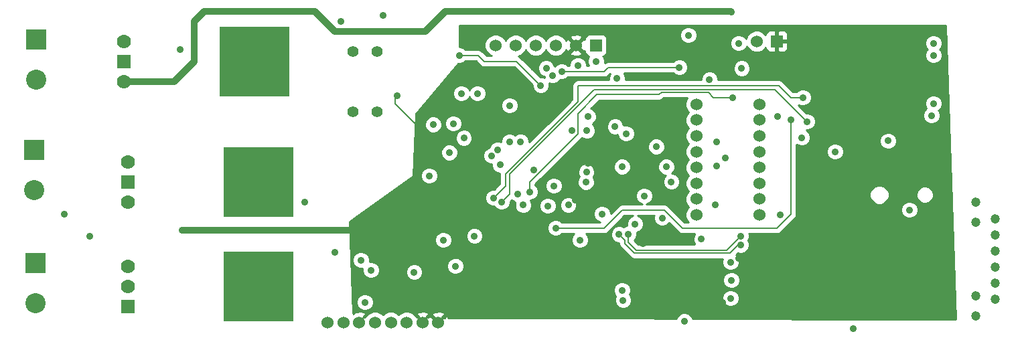
<source format=gbr>
G04 (created by PCBNEW-RS274X (2012-01-19 BZR 3256)-stable) date 10/27/2012 11:48:26 AM*
G01*
G70*
G90*
%MOIN*%
G04 Gerber Fmt 3.4, Leading zero omitted, Abs format*
%FSLAX34Y34*%
G04 APERTURE LIST*
%ADD10C,0.006000*%
%ADD11R,0.070000X0.070000*%
%ADD12C,0.070000*%
%ADD13R,0.350000X0.350000*%
%ADD14R,0.060000X0.060000*%
%ADD15C,0.060000*%
%ADD16C,0.055000*%
%ADD17C,0.047000*%
%ADD18R,0.100000X0.100000*%
%ADD19C,0.100000*%
%ADD20C,0.035000*%
%ADD21C,0.034000*%
%ADD22C,0.007000*%
%ADD23C,0.010000*%
G04 APERTURE END LIST*
G54D10*
G54D11*
X36200Y-45700D03*
G54D12*
X36200Y-43700D03*
X36200Y-44700D03*
G54D13*
X42700Y-44700D03*
G54D14*
X68500Y-32500D03*
G54D15*
X67500Y-32500D03*
G54D14*
X59500Y-32700D03*
G54D15*
X58500Y-32700D03*
X57500Y-32700D03*
X56500Y-32700D03*
X55500Y-32700D03*
X54500Y-32700D03*
G54D13*
X42500Y-33500D03*
G54D12*
X36000Y-32500D03*
G54D11*
X36000Y-33500D03*
G54D12*
X36000Y-34500D03*
G54D13*
X42700Y-39500D03*
G54D12*
X36200Y-38500D03*
G54D11*
X36200Y-39500D03*
G54D12*
X36200Y-40500D03*
G54D16*
X47409Y-36000D03*
X48591Y-36000D03*
X47409Y-33000D03*
X48591Y-33000D03*
G54D15*
X64500Y-38787D03*
X64500Y-38000D03*
X64500Y-39575D03*
X64500Y-37213D03*
X64500Y-36425D03*
X64500Y-40362D03*
X64500Y-35638D03*
X64500Y-41150D03*
X67650Y-38787D03*
X67650Y-38000D03*
X67650Y-39575D03*
X67650Y-37213D03*
X67650Y-36425D03*
X67650Y-40362D03*
X67650Y-35638D03*
X67650Y-41150D03*
X49287Y-46500D03*
X48500Y-46500D03*
X50075Y-46500D03*
X47713Y-46500D03*
X46925Y-46500D03*
X50862Y-46500D03*
X46138Y-46500D03*
X51650Y-46500D03*
G54D17*
X78400Y-40500D03*
X78400Y-41500D03*
X78400Y-45180D03*
X78400Y-46180D03*
X79370Y-41340D03*
X79370Y-42140D03*
X79370Y-42940D03*
X79370Y-43740D03*
X79370Y-44540D03*
X79370Y-45340D03*
G54D18*
X31600Y-43550D03*
G54D19*
X31600Y-45550D03*
G54D18*
X31650Y-32400D03*
G54D19*
X31650Y-34400D03*
G54D18*
X31550Y-37900D03*
G54D19*
X31550Y-39900D03*
G54D20*
X69750Y-37300D03*
X52800Y-35100D03*
X68550Y-36250D03*
X47800Y-43400D03*
X61000Y-37100D03*
X66250Y-31050D03*
X66600Y-32600D03*
X66750Y-33850D03*
X60550Y-34350D03*
X71400Y-38000D03*
X57400Y-39700D03*
X58600Y-33700D03*
X55200Y-35700D03*
X55200Y-37500D03*
X55600Y-40100D03*
X45000Y-40500D03*
X48300Y-43900D03*
X51200Y-39200D03*
X52920Y-37320D03*
X57020Y-33840D03*
X48000Y-45500D03*
X62800Y-41300D03*
X76300Y-33200D03*
X63900Y-46450D03*
X55880Y-40660D03*
X46800Y-31500D03*
X66240Y-44400D03*
X52400Y-36600D03*
X76300Y-32600D03*
X58700Y-42400D03*
X50450Y-44000D03*
X75100Y-40900D03*
X53600Y-35100D03*
X61900Y-40200D03*
X58120Y-40660D03*
X54740Y-38660D03*
X59800Y-41100D03*
X64100Y-32200D03*
X74040Y-37460D03*
X76300Y-35600D03*
X60850Y-45400D03*
X34300Y-42200D03*
X59000Y-39520D03*
X64750Y-42350D03*
X53450Y-42200D03*
X76200Y-36200D03*
X68680Y-41160D03*
X52200Y-38040D03*
X57100Y-40700D03*
X51400Y-36650D03*
X59020Y-39020D03*
X60800Y-38750D03*
X52700Y-33200D03*
X57350Y-34200D03*
X59500Y-33500D03*
X56750Y-34700D03*
X69800Y-35300D03*
X54400Y-40300D03*
X66300Y-35300D03*
X56200Y-40000D03*
X70000Y-36500D03*
X54800Y-40500D03*
X62500Y-37750D03*
X69200Y-36400D03*
X57500Y-41800D03*
X33050Y-41100D03*
X38800Y-32900D03*
X48900Y-31200D03*
X54300Y-38200D03*
X72300Y-46800D03*
X54600Y-37900D03*
X57800Y-34000D03*
X63650Y-33800D03*
X59100Y-36250D03*
X61450Y-41600D03*
X65500Y-37500D03*
X65150Y-34400D03*
X65500Y-38700D03*
X56400Y-38900D03*
X65950Y-38300D03*
X60450Y-36750D03*
X58300Y-36950D03*
X59050Y-36950D03*
X55750Y-37500D03*
X65450Y-40650D03*
X66200Y-43500D03*
X60800Y-44900D03*
X66200Y-45300D03*
X51900Y-42400D03*
X52500Y-43700D03*
X46500Y-43000D03*
X63000Y-38750D03*
X63250Y-39500D03*
X61100Y-42100D03*
X66700Y-42200D03*
X66701Y-42642D03*
X60648Y-42120D03*
X38900Y-41900D03*
X49600Y-35200D03*
X69450Y-32200D03*
X56150Y-35650D03*
X60400Y-42900D03*
X51200Y-37300D03*
X55050Y-43250D03*
X56400Y-33800D03*
X53400Y-33750D03*
X66600Y-43300D03*
X51350Y-42000D03*
X52900Y-33800D03*
X52300Y-38800D03*
X65800Y-45500D03*
X47500Y-45000D03*
X63200Y-40500D03*
X59100Y-38575D03*
X55200Y-34150D03*
X58475Y-40400D03*
X61825Y-42575D03*
X56550Y-40575D03*
X72300Y-44400D03*
X74350Y-43900D03*
X62250Y-32900D03*
X71000Y-39900D03*
X69450Y-32850D03*
X47700Y-42600D03*
G54D21*
X39500Y-31500D02*
X40000Y-31000D01*
X45500Y-31000D02*
X46500Y-32000D01*
X36000Y-34500D02*
X38500Y-34500D01*
X65300Y-31000D02*
X65500Y-31000D01*
X46500Y-32000D02*
X51000Y-32000D01*
X51000Y-32000D02*
X52000Y-31000D01*
X40000Y-31000D02*
X45500Y-31000D01*
X66250Y-31050D02*
X66200Y-31000D01*
X38500Y-34500D02*
X39500Y-33500D01*
X66200Y-31000D02*
X65300Y-31000D01*
X52000Y-31000D02*
X65300Y-31000D01*
X39500Y-33500D02*
X39500Y-31500D01*
G54D22*
X55550Y-33500D02*
X53950Y-33500D01*
X53950Y-33500D02*
X53650Y-33200D01*
X53650Y-33200D02*
X52700Y-33200D01*
X56750Y-34700D02*
X55550Y-33500D01*
X58600Y-34700D02*
X68600Y-34700D01*
X58400Y-35700D02*
X58600Y-35500D01*
X57400Y-36700D02*
X58400Y-35700D01*
X58600Y-35500D02*
X58600Y-34700D01*
X55000Y-39700D02*
X55000Y-39100D01*
X55000Y-39100D02*
X57400Y-36700D01*
X68600Y-34700D02*
X69200Y-35300D01*
X69200Y-35300D02*
X69800Y-35300D01*
X54400Y-40300D02*
X55000Y-39700D01*
X58600Y-36100D02*
X59550Y-35150D01*
X62650Y-35150D02*
X62758Y-35042D01*
X58600Y-37100D02*
X58600Y-36100D01*
X56200Y-39500D02*
X58600Y-37100D01*
X65350Y-35300D02*
X66300Y-35300D01*
X56200Y-40000D02*
X56200Y-39500D01*
X62758Y-35042D02*
X65092Y-35042D01*
X59550Y-35150D02*
X62650Y-35150D01*
X65092Y-35042D02*
X65350Y-35300D01*
X68400Y-34900D02*
X70000Y-36500D01*
X59400Y-34900D02*
X68400Y-34900D01*
X55200Y-39100D02*
X59400Y-34900D01*
X55200Y-40100D02*
X55200Y-39100D01*
X54800Y-40500D02*
X55200Y-40100D01*
X59900Y-41800D02*
X60800Y-40900D01*
X69200Y-41100D02*
X69200Y-36400D01*
X68500Y-41800D02*
X69200Y-41100D01*
X63800Y-41800D02*
X65200Y-41800D01*
X62900Y-40900D02*
X63800Y-41800D01*
X60800Y-40900D02*
X62900Y-40900D01*
X57500Y-41800D02*
X59900Y-41800D01*
X65200Y-41800D02*
X68500Y-41800D01*
X59900Y-34000D02*
X60100Y-33800D01*
X60100Y-33800D02*
X63650Y-33800D01*
X57800Y-34000D02*
X59900Y-34000D01*
X61100Y-42500D02*
X61100Y-42100D01*
X66700Y-42200D02*
X66000Y-42900D01*
X61500Y-42900D02*
X61100Y-42500D01*
X66000Y-42900D02*
X61500Y-42900D01*
X66170Y-43045D02*
X66573Y-42642D01*
X66573Y-42642D02*
X66701Y-42642D01*
X60933Y-42405D02*
X60933Y-42573D01*
X60648Y-42120D02*
X60933Y-42405D01*
X60933Y-42573D02*
X61405Y-43045D01*
X61405Y-43045D02*
X66170Y-43045D01*
X49500Y-35300D02*
X49500Y-35600D01*
X50600Y-42250D02*
X51100Y-42250D01*
X49500Y-35600D02*
X51200Y-37300D01*
X49600Y-35200D02*
X49500Y-35300D01*
G54D21*
X38900Y-41900D02*
X47700Y-41900D01*
G54D22*
X51100Y-42250D02*
X51350Y-42000D01*
G54D10*
G36*
X64414Y-42615D02*
X61618Y-42615D01*
X61402Y-42398D01*
X61460Y-42341D01*
X61525Y-42185D01*
X61525Y-42025D01*
X61534Y-42025D01*
X61690Y-41961D01*
X61810Y-41841D01*
X61875Y-41685D01*
X61875Y-41516D01*
X61811Y-41360D01*
X61691Y-41240D01*
X61559Y-41185D01*
X62387Y-41185D01*
X62375Y-41215D01*
X62375Y-41384D01*
X62439Y-41540D01*
X62559Y-41660D01*
X62715Y-41725D01*
X62884Y-41725D01*
X63040Y-41661D01*
X63148Y-41552D01*
X63596Y-41999D01*
X63598Y-42002D01*
X63691Y-42063D01*
X63780Y-42081D01*
X63799Y-42085D01*
X63799Y-42084D01*
X63800Y-42085D01*
X64414Y-42085D01*
X64390Y-42109D01*
X64325Y-42265D01*
X64325Y-42434D01*
X64389Y-42590D01*
X64414Y-42615D01*
X64414Y-42615D01*
G37*
G54D23*
X64414Y-42615D02*
X61618Y-42615D01*
X61402Y-42398D01*
X61460Y-42341D01*
X61525Y-42185D01*
X61525Y-42025D01*
X61534Y-42025D01*
X61690Y-41961D01*
X61810Y-41841D01*
X61875Y-41685D01*
X61875Y-41516D01*
X61811Y-41360D01*
X61691Y-41240D01*
X61559Y-41185D01*
X62387Y-41185D01*
X62375Y-41215D01*
X62375Y-41384D01*
X62439Y-41540D01*
X62559Y-41660D01*
X62715Y-41725D01*
X62884Y-41725D01*
X63040Y-41661D01*
X63148Y-41552D01*
X63596Y-41999D01*
X63598Y-42002D01*
X63691Y-42063D01*
X63780Y-42081D01*
X63799Y-42085D01*
X63799Y-42084D01*
X63800Y-42085D01*
X64414Y-42085D01*
X64390Y-42109D01*
X64325Y-42265D01*
X64325Y-42434D01*
X64389Y-42590D01*
X64414Y-42615D01*
G54D10*
G36*
X77398Y-46350D02*
X76725Y-46347D01*
X76725Y-35685D01*
X76725Y-35516D01*
X76725Y-33285D01*
X76725Y-33116D01*
X76661Y-32960D01*
X76601Y-32900D01*
X76660Y-32841D01*
X76725Y-32685D01*
X76725Y-32516D01*
X76661Y-32360D01*
X76541Y-32240D01*
X76385Y-32175D01*
X76216Y-32175D01*
X76060Y-32239D01*
X75940Y-32359D01*
X75875Y-32515D01*
X75875Y-32684D01*
X75939Y-32840D01*
X75999Y-32900D01*
X75940Y-32959D01*
X75875Y-33115D01*
X75875Y-33284D01*
X75939Y-33440D01*
X76059Y-33560D01*
X76215Y-33625D01*
X76384Y-33625D01*
X76540Y-33561D01*
X76660Y-33441D01*
X76725Y-33285D01*
X76725Y-35516D01*
X76661Y-35360D01*
X76541Y-35240D01*
X76385Y-35175D01*
X76216Y-35175D01*
X76060Y-35239D01*
X75940Y-35359D01*
X75875Y-35515D01*
X75875Y-35684D01*
X75939Y-35840D01*
X75949Y-35850D01*
X75840Y-35959D01*
X75775Y-36115D01*
X75775Y-36284D01*
X75839Y-36440D01*
X75959Y-36560D01*
X76115Y-36625D01*
X76284Y-36625D01*
X76440Y-36561D01*
X76560Y-36441D01*
X76625Y-36285D01*
X76625Y-36116D01*
X76561Y-35960D01*
X76551Y-35950D01*
X76660Y-35841D01*
X76725Y-35685D01*
X76725Y-46347D01*
X76291Y-46346D01*
X76291Y-40236D01*
X76291Y-40066D01*
X76226Y-39909D01*
X76107Y-39789D01*
X75950Y-39723D01*
X75780Y-39723D01*
X75623Y-39788D01*
X75503Y-39907D01*
X75437Y-40064D01*
X75437Y-40234D01*
X75502Y-40391D01*
X75621Y-40511D01*
X75778Y-40577D01*
X75948Y-40577D01*
X76105Y-40512D01*
X76225Y-40393D01*
X76291Y-40236D01*
X76291Y-46346D01*
X75525Y-46343D01*
X75525Y-40985D01*
X75525Y-40816D01*
X75461Y-40660D01*
X75341Y-40540D01*
X75185Y-40475D01*
X75016Y-40475D01*
X74860Y-40539D01*
X74740Y-40659D01*
X74675Y-40815D01*
X74675Y-40984D01*
X74739Y-41140D01*
X74859Y-41260D01*
X75015Y-41325D01*
X75184Y-41325D01*
X75340Y-41261D01*
X75460Y-41141D01*
X75525Y-40985D01*
X75525Y-46343D01*
X74465Y-46340D01*
X74465Y-37545D01*
X74465Y-37376D01*
X74401Y-37220D01*
X74281Y-37100D01*
X74125Y-37035D01*
X73956Y-37035D01*
X73800Y-37099D01*
X73680Y-37219D01*
X73615Y-37375D01*
X73615Y-37544D01*
X73679Y-37700D01*
X73799Y-37820D01*
X73955Y-37885D01*
X74124Y-37885D01*
X74280Y-37821D01*
X74400Y-37701D01*
X74465Y-37545D01*
X74465Y-46340D01*
X74086Y-46338D01*
X74086Y-40247D01*
X74086Y-40054D01*
X74012Y-39875D01*
X73876Y-39738D01*
X73697Y-39664D01*
X73504Y-39664D01*
X73325Y-39738D01*
X73188Y-39874D01*
X73114Y-40053D01*
X73114Y-40246D01*
X73188Y-40425D01*
X73324Y-40562D01*
X73503Y-40636D01*
X73696Y-40636D01*
X73875Y-40562D01*
X74012Y-40426D01*
X74086Y-40247D01*
X74086Y-46338D01*
X71825Y-46331D01*
X71825Y-38085D01*
X71825Y-37916D01*
X71761Y-37760D01*
X71641Y-37640D01*
X71485Y-37575D01*
X71316Y-37575D01*
X71160Y-37639D01*
X71040Y-37759D01*
X70975Y-37915D01*
X70975Y-38084D01*
X71039Y-38240D01*
X71159Y-38360D01*
X71315Y-38425D01*
X71484Y-38425D01*
X71640Y-38361D01*
X71760Y-38241D01*
X71825Y-38085D01*
X71825Y-46331D01*
X66665Y-46313D01*
X66665Y-44485D01*
X66665Y-44316D01*
X66601Y-44160D01*
X66481Y-44040D01*
X66325Y-43975D01*
X66156Y-43975D01*
X66000Y-44039D01*
X65880Y-44159D01*
X65815Y-44315D01*
X65815Y-44484D01*
X65879Y-44640D01*
X65999Y-44760D01*
X66155Y-44825D01*
X66324Y-44825D01*
X66480Y-44761D01*
X66600Y-44641D01*
X66665Y-44485D01*
X66665Y-46313D01*
X66625Y-46313D01*
X66625Y-45385D01*
X66625Y-45216D01*
X66561Y-45060D01*
X66441Y-44940D01*
X66285Y-44875D01*
X66116Y-44875D01*
X65960Y-44939D01*
X65840Y-45059D01*
X65775Y-45215D01*
X65775Y-45384D01*
X65839Y-45540D01*
X65959Y-45660D01*
X66115Y-45725D01*
X66284Y-45725D01*
X66440Y-45661D01*
X66560Y-45541D01*
X66625Y-45385D01*
X66625Y-46313D01*
X64300Y-46306D01*
X64261Y-46210D01*
X64141Y-46090D01*
X63985Y-46025D01*
X63816Y-46025D01*
X63660Y-46089D01*
X63540Y-46209D01*
X63500Y-46303D01*
X61275Y-46295D01*
X61275Y-45485D01*
X61275Y-45316D01*
X61211Y-45160D01*
X61169Y-45118D01*
X61225Y-44985D01*
X61225Y-44816D01*
X61161Y-44660D01*
X61041Y-44540D01*
X60885Y-44475D01*
X60716Y-44475D01*
X60560Y-44539D01*
X60440Y-44659D01*
X60375Y-44815D01*
X60375Y-44984D01*
X60439Y-45140D01*
X60480Y-45181D01*
X60425Y-45315D01*
X60425Y-45484D01*
X60489Y-45640D01*
X60609Y-45760D01*
X60765Y-45825D01*
X60934Y-45825D01*
X61090Y-45761D01*
X61210Y-45641D01*
X61275Y-45485D01*
X61275Y-46295D01*
X53875Y-46270D01*
X53875Y-42285D01*
X53875Y-42116D01*
X53811Y-41960D01*
X53691Y-41840D01*
X53535Y-41775D01*
X53366Y-41775D01*
X53345Y-41783D01*
X53345Y-37405D01*
X53345Y-37236D01*
X53281Y-37080D01*
X53161Y-36960D01*
X53005Y-36895D01*
X52836Y-36895D01*
X52825Y-36899D01*
X52825Y-36685D01*
X52825Y-36516D01*
X52761Y-36360D01*
X52641Y-36240D01*
X52485Y-36175D01*
X52316Y-36175D01*
X52160Y-36239D01*
X52040Y-36359D01*
X51975Y-36515D01*
X51975Y-36684D01*
X52039Y-36840D01*
X52159Y-36960D01*
X52315Y-37025D01*
X52484Y-37025D01*
X52640Y-36961D01*
X52760Y-36841D01*
X52825Y-36685D01*
X52825Y-36899D01*
X52680Y-36959D01*
X52560Y-37079D01*
X52495Y-37235D01*
X52495Y-37404D01*
X52559Y-37560D01*
X52679Y-37680D01*
X52835Y-37745D01*
X53004Y-37745D01*
X53160Y-37681D01*
X53280Y-37561D01*
X53345Y-37405D01*
X53345Y-41783D01*
X53210Y-41839D01*
X53090Y-41959D01*
X53025Y-42115D01*
X53025Y-42284D01*
X53089Y-42440D01*
X53209Y-42560D01*
X53365Y-42625D01*
X53534Y-42625D01*
X53690Y-42561D01*
X53810Y-42441D01*
X53875Y-42285D01*
X53875Y-46270D01*
X52925Y-46267D01*
X52925Y-43785D01*
X52925Y-43616D01*
X52861Y-43460D01*
X52741Y-43340D01*
X52625Y-43291D01*
X52625Y-38125D01*
X52625Y-37956D01*
X52561Y-37800D01*
X52441Y-37680D01*
X52285Y-37615D01*
X52116Y-37615D01*
X51960Y-37679D01*
X51840Y-37799D01*
X51825Y-37835D01*
X51825Y-36735D01*
X51825Y-36566D01*
X51761Y-36410D01*
X51641Y-36290D01*
X51485Y-36225D01*
X51316Y-36225D01*
X51160Y-36289D01*
X51040Y-36409D01*
X50975Y-36565D01*
X50975Y-36734D01*
X51039Y-36890D01*
X51159Y-37010D01*
X51315Y-37075D01*
X51484Y-37075D01*
X51640Y-37011D01*
X51760Y-36891D01*
X51825Y-36735D01*
X51825Y-37835D01*
X51775Y-37955D01*
X51775Y-38124D01*
X51839Y-38280D01*
X51959Y-38400D01*
X52115Y-38465D01*
X52284Y-38465D01*
X52440Y-38401D01*
X52560Y-38281D01*
X52625Y-38125D01*
X52625Y-43291D01*
X52585Y-43275D01*
X52416Y-43275D01*
X52325Y-43312D01*
X52325Y-42485D01*
X52325Y-42316D01*
X52261Y-42160D01*
X52141Y-42040D01*
X51985Y-41975D01*
X51816Y-41975D01*
X51660Y-42039D01*
X51625Y-42074D01*
X51625Y-39285D01*
X51625Y-39116D01*
X51561Y-38960D01*
X51441Y-38840D01*
X51285Y-38775D01*
X51116Y-38775D01*
X50960Y-38839D01*
X50840Y-38959D01*
X50775Y-39115D01*
X50775Y-39284D01*
X50839Y-39440D01*
X50959Y-39560D01*
X51115Y-39625D01*
X51284Y-39625D01*
X51440Y-39561D01*
X51560Y-39441D01*
X51625Y-39285D01*
X51625Y-42074D01*
X51540Y-42159D01*
X51475Y-42315D01*
X51475Y-42484D01*
X51539Y-42640D01*
X51659Y-42760D01*
X51815Y-42825D01*
X51984Y-42825D01*
X52140Y-42761D01*
X52260Y-42641D01*
X52325Y-42485D01*
X52325Y-43312D01*
X52260Y-43339D01*
X52140Y-43459D01*
X52075Y-43615D01*
X52075Y-43784D01*
X52139Y-43940D01*
X52259Y-44060D01*
X52415Y-44125D01*
X52584Y-44125D01*
X52740Y-44061D01*
X52860Y-43941D01*
X52925Y-43785D01*
X52925Y-46267D01*
X52141Y-46265D01*
X52122Y-46219D01*
X52028Y-46192D01*
X51955Y-46265D01*
X51814Y-46264D01*
X51958Y-46122D01*
X51931Y-46028D01*
X51729Y-45957D01*
X51516Y-45968D01*
X51369Y-46028D01*
X51342Y-46122D01*
X51484Y-46263D01*
X51352Y-46263D01*
X51334Y-46219D01*
X51284Y-46204D01*
X51272Y-46192D01*
X51256Y-46196D01*
X51240Y-46192D01*
X51227Y-46204D01*
X51178Y-46219D01*
X51162Y-46262D01*
X51029Y-46262D01*
X51170Y-46122D01*
X51143Y-46028D01*
X50941Y-45957D01*
X50875Y-45960D01*
X50875Y-44085D01*
X50875Y-43916D01*
X50811Y-43760D01*
X50691Y-43640D01*
X50535Y-43575D01*
X50366Y-43575D01*
X50210Y-43639D01*
X50090Y-43759D01*
X50025Y-43915D01*
X50025Y-44084D01*
X50089Y-44240D01*
X50209Y-44360D01*
X50365Y-44425D01*
X50534Y-44425D01*
X50690Y-44361D01*
X50810Y-44241D01*
X50875Y-44085D01*
X50875Y-45960D01*
X50728Y-45968D01*
X50581Y-46028D01*
X50554Y-46122D01*
X50693Y-46260D01*
X50569Y-46260D01*
X50540Y-46189D01*
X50386Y-46035D01*
X50184Y-45951D01*
X49966Y-45951D01*
X49764Y-46035D01*
X49681Y-46118D01*
X49598Y-46035D01*
X49396Y-45951D01*
X49178Y-45951D01*
X48976Y-46035D01*
X48893Y-46117D01*
X48811Y-46035D01*
X48725Y-45999D01*
X48725Y-43985D01*
X48725Y-43816D01*
X48661Y-43660D01*
X48541Y-43540D01*
X48385Y-43475D01*
X48225Y-43475D01*
X48225Y-43316D01*
X48161Y-43160D01*
X48041Y-43040D01*
X47885Y-42975D01*
X47716Y-42975D01*
X47560Y-43039D01*
X47440Y-43159D01*
X47375Y-43315D01*
X47375Y-43484D01*
X47439Y-43640D01*
X47559Y-43760D01*
X47715Y-43825D01*
X47875Y-43825D01*
X47875Y-43984D01*
X47939Y-44140D01*
X48059Y-44260D01*
X48215Y-44325D01*
X48384Y-44325D01*
X48540Y-44261D01*
X48660Y-44141D01*
X48725Y-43985D01*
X48725Y-45999D01*
X48609Y-45951D01*
X48425Y-45951D01*
X48425Y-45585D01*
X48425Y-45416D01*
X48361Y-45260D01*
X48241Y-45140D01*
X48085Y-45075D01*
X47916Y-45075D01*
X47760Y-45139D01*
X47640Y-45259D01*
X47575Y-45415D01*
X47575Y-45584D01*
X47639Y-45740D01*
X47759Y-45860D01*
X47915Y-45925D01*
X48084Y-45925D01*
X48240Y-45861D01*
X48360Y-45741D01*
X48425Y-45585D01*
X48425Y-45951D01*
X48391Y-45951D01*
X48189Y-46035D01*
X48035Y-46189D01*
X48008Y-46252D01*
X47890Y-46251D01*
X48021Y-46122D01*
X47994Y-46028D01*
X47792Y-45957D01*
X47579Y-45968D01*
X47432Y-46028D01*
X47420Y-46066D01*
X47390Y-46036D01*
X47251Y-41475D01*
X50399Y-39227D01*
X50549Y-36119D01*
X52651Y-33625D01*
X52784Y-33625D01*
X52940Y-33561D01*
X53016Y-33485D01*
X53531Y-33485D01*
X53746Y-33699D01*
X53748Y-33702D01*
X53841Y-33763D01*
X53950Y-33785D01*
X55431Y-33785D01*
X56325Y-34678D01*
X56325Y-34784D01*
X56389Y-34940D01*
X56509Y-35060D01*
X56665Y-35125D01*
X56834Y-35125D01*
X56990Y-35061D01*
X57110Y-34941D01*
X57175Y-34785D01*
X57175Y-34616D01*
X57160Y-34581D01*
X57265Y-34625D01*
X57434Y-34625D01*
X57590Y-34561D01*
X57710Y-34441D01*
X57716Y-34425D01*
X57884Y-34425D01*
X58040Y-34361D01*
X58116Y-34285D01*
X59895Y-34285D01*
X59900Y-34286D01*
X59900Y-34285D01*
X60009Y-34263D01*
X60102Y-34202D01*
X60186Y-34116D01*
X60125Y-34265D01*
X60125Y-34415D01*
X58600Y-34415D01*
X58491Y-34437D01*
X58398Y-34498D01*
X58337Y-34591D01*
X58315Y-34700D01*
X58315Y-35381D01*
X58198Y-35498D01*
X58196Y-35500D01*
X57198Y-36498D01*
X57196Y-36500D01*
X56175Y-37521D01*
X56175Y-37416D01*
X56111Y-37260D01*
X55991Y-37140D01*
X55835Y-37075D01*
X55666Y-37075D01*
X55625Y-37091D01*
X55625Y-35785D01*
X55625Y-35616D01*
X55561Y-35460D01*
X55441Y-35340D01*
X55285Y-35275D01*
X55116Y-35275D01*
X54960Y-35339D01*
X54840Y-35459D01*
X54775Y-35615D01*
X54775Y-35784D01*
X54839Y-35940D01*
X54959Y-36060D01*
X55115Y-36125D01*
X55284Y-36125D01*
X55440Y-36061D01*
X55560Y-35941D01*
X55625Y-35785D01*
X55625Y-37091D01*
X55510Y-37139D01*
X55475Y-37174D01*
X55441Y-37140D01*
X55285Y-37075D01*
X55116Y-37075D01*
X54960Y-37139D01*
X54840Y-37259D01*
X54775Y-37415D01*
X54775Y-37512D01*
X54685Y-37475D01*
X54516Y-37475D01*
X54360Y-37539D01*
X54240Y-37659D01*
X54186Y-37787D01*
X54060Y-37839D01*
X54025Y-37874D01*
X54025Y-35185D01*
X54025Y-35016D01*
X53961Y-34860D01*
X53841Y-34740D01*
X53685Y-34675D01*
X53516Y-34675D01*
X53360Y-34739D01*
X53240Y-34859D01*
X53199Y-34955D01*
X53161Y-34860D01*
X53041Y-34740D01*
X52885Y-34675D01*
X52716Y-34675D01*
X52560Y-34739D01*
X52440Y-34859D01*
X52375Y-35015D01*
X52375Y-35184D01*
X52439Y-35340D01*
X52559Y-35460D01*
X52715Y-35525D01*
X52884Y-35525D01*
X53040Y-35461D01*
X53160Y-35341D01*
X53200Y-35244D01*
X53239Y-35340D01*
X53359Y-35460D01*
X53515Y-35525D01*
X53684Y-35525D01*
X53840Y-35461D01*
X53960Y-35341D01*
X54025Y-35185D01*
X54025Y-37874D01*
X53940Y-37959D01*
X53875Y-38115D01*
X53875Y-38284D01*
X53939Y-38440D01*
X54059Y-38560D01*
X54215Y-38625D01*
X54315Y-38625D01*
X54315Y-38744D01*
X54379Y-38900D01*
X54499Y-39020D01*
X54655Y-39085D01*
X54717Y-39085D01*
X54714Y-39100D01*
X54715Y-39104D01*
X54715Y-39581D01*
X54421Y-39875D01*
X54316Y-39875D01*
X54160Y-39939D01*
X54040Y-40059D01*
X53975Y-40215D01*
X53975Y-40384D01*
X54039Y-40540D01*
X54159Y-40660D01*
X54315Y-40725D01*
X54432Y-40725D01*
X54439Y-40740D01*
X54559Y-40860D01*
X54715Y-40925D01*
X54884Y-40925D01*
X55040Y-40861D01*
X55160Y-40741D01*
X55225Y-40585D01*
X55225Y-40478D01*
X55301Y-40402D01*
X55359Y-40460D01*
X55481Y-40511D01*
X55455Y-40575D01*
X55455Y-40744D01*
X55519Y-40900D01*
X55639Y-41020D01*
X55795Y-41085D01*
X55964Y-41085D01*
X56120Y-41021D01*
X56240Y-40901D01*
X56305Y-40745D01*
X56305Y-40576D01*
X56243Y-40425D01*
X56284Y-40425D01*
X56440Y-40361D01*
X56560Y-40241D01*
X56625Y-40085D01*
X56625Y-39916D01*
X56561Y-39760D01*
X56485Y-39684D01*
X56485Y-39618D01*
X58799Y-37303D01*
X58801Y-37302D01*
X58809Y-37310D01*
X58965Y-37375D01*
X59134Y-37375D01*
X59290Y-37311D01*
X59410Y-37191D01*
X59475Y-37035D01*
X59475Y-36866D01*
X59411Y-36710D01*
X59320Y-36619D01*
X59340Y-36611D01*
X59460Y-36491D01*
X59525Y-36335D01*
X59525Y-36166D01*
X59461Y-36010D01*
X59341Y-35890D01*
X59251Y-35852D01*
X59668Y-35435D01*
X62645Y-35435D01*
X62650Y-35436D01*
X62650Y-35435D01*
X62759Y-35413D01*
X62852Y-35352D01*
X62876Y-35327D01*
X64035Y-35327D01*
X63951Y-35529D01*
X63951Y-35747D01*
X64035Y-35949D01*
X64117Y-36031D01*
X64035Y-36114D01*
X63951Y-36316D01*
X63951Y-36534D01*
X64035Y-36736D01*
X64118Y-36819D01*
X64035Y-36902D01*
X63951Y-37104D01*
X63951Y-37322D01*
X64035Y-37524D01*
X64117Y-37606D01*
X64035Y-37689D01*
X63951Y-37891D01*
X63951Y-38109D01*
X64035Y-38311D01*
X64117Y-38393D01*
X64035Y-38476D01*
X63951Y-38678D01*
X63951Y-38896D01*
X64035Y-39098D01*
X64118Y-39181D01*
X64035Y-39264D01*
X63951Y-39466D01*
X63951Y-39684D01*
X64035Y-39886D01*
X64117Y-39968D01*
X64035Y-40051D01*
X63951Y-40253D01*
X63951Y-40471D01*
X64035Y-40673D01*
X64118Y-40756D01*
X64035Y-40839D01*
X63951Y-41041D01*
X63951Y-41259D01*
X64035Y-41461D01*
X64089Y-41515D01*
X63918Y-41515D01*
X63675Y-41271D01*
X63675Y-39585D01*
X63675Y-39416D01*
X63611Y-39260D01*
X63491Y-39140D01*
X63335Y-39075D01*
X63276Y-39075D01*
X63360Y-38991D01*
X63425Y-38835D01*
X63425Y-38666D01*
X63361Y-38510D01*
X63241Y-38390D01*
X63085Y-38325D01*
X62925Y-38325D01*
X62925Y-37835D01*
X62925Y-37666D01*
X62861Y-37510D01*
X62741Y-37390D01*
X62585Y-37325D01*
X62416Y-37325D01*
X62260Y-37389D01*
X62140Y-37509D01*
X62075Y-37665D01*
X62075Y-37834D01*
X62139Y-37990D01*
X62259Y-38110D01*
X62415Y-38175D01*
X62584Y-38175D01*
X62740Y-38111D01*
X62860Y-37991D01*
X62925Y-37835D01*
X62925Y-38325D01*
X62916Y-38325D01*
X62760Y-38389D01*
X62640Y-38509D01*
X62575Y-38665D01*
X62575Y-38834D01*
X62639Y-38990D01*
X62759Y-39110D01*
X62915Y-39175D01*
X62974Y-39175D01*
X62890Y-39259D01*
X62825Y-39415D01*
X62825Y-39584D01*
X62889Y-39740D01*
X63009Y-39860D01*
X63165Y-39925D01*
X63334Y-39925D01*
X63490Y-39861D01*
X63610Y-39741D01*
X63675Y-39585D01*
X63675Y-41271D01*
X63102Y-40698D01*
X63009Y-40637D01*
X62900Y-40614D01*
X62895Y-40615D01*
X62008Y-40615D01*
X62140Y-40561D01*
X62260Y-40441D01*
X62325Y-40285D01*
X62325Y-40116D01*
X62261Y-39960D01*
X62141Y-39840D01*
X61985Y-39775D01*
X61816Y-39775D01*
X61660Y-39839D01*
X61540Y-39959D01*
X61475Y-40115D01*
X61475Y-40284D01*
X61539Y-40440D01*
X61659Y-40560D01*
X61791Y-40615D01*
X61425Y-40615D01*
X61425Y-37185D01*
X61425Y-37016D01*
X61361Y-36860D01*
X61241Y-36740D01*
X61085Y-36675D01*
X60916Y-36675D01*
X60875Y-36691D01*
X60875Y-36666D01*
X60811Y-36510D01*
X60691Y-36390D01*
X60535Y-36325D01*
X60366Y-36325D01*
X60210Y-36389D01*
X60090Y-36509D01*
X60025Y-36665D01*
X60025Y-36834D01*
X60089Y-36990D01*
X60209Y-37110D01*
X60365Y-37175D01*
X60534Y-37175D01*
X60575Y-37158D01*
X60575Y-37184D01*
X60639Y-37340D01*
X60759Y-37460D01*
X60915Y-37525D01*
X61084Y-37525D01*
X61240Y-37461D01*
X61360Y-37341D01*
X61425Y-37185D01*
X61425Y-40615D01*
X61225Y-40615D01*
X61225Y-38835D01*
X61225Y-38666D01*
X61161Y-38510D01*
X61041Y-38390D01*
X60885Y-38325D01*
X60716Y-38325D01*
X60560Y-38389D01*
X60440Y-38509D01*
X60375Y-38665D01*
X60375Y-38834D01*
X60439Y-38990D01*
X60559Y-39110D01*
X60715Y-39175D01*
X60884Y-39175D01*
X61040Y-39111D01*
X61160Y-38991D01*
X61225Y-38835D01*
X61225Y-40615D01*
X60800Y-40615D01*
X60799Y-40615D01*
X60780Y-40618D01*
X60691Y-40637D01*
X60598Y-40698D01*
X60596Y-40700D01*
X60225Y-41071D01*
X60225Y-41016D01*
X60161Y-40860D01*
X60041Y-40740D01*
X59885Y-40675D01*
X59716Y-40675D01*
X59560Y-40739D01*
X59445Y-40854D01*
X59445Y-39105D01*
X59445Y-38936D01*
X59381Y-38780D01*
X59261Y-38660D01*
X59105Y-38595D01*
X58936Y-38595D01*
X58780Y-38659D01*
X58660Y-38779D01*
X58595Y-38935D01*
X58595Y-39104D01*
X58659Y-39260D01*
X58640Y-39279D01*
X58575Y-39435D01*
X58575Y-39604D01*
X58639Y-39760D01*
X58759Y-39880D01*
X58915Y-39945D01*
X59084Y-39945D01*
X59240Y-39881D01*
X59360Y-39761D01*
X59425Y-39605D01*
X59425Y-39436D01*
X59361Y-39280D01*
X59380Y-39261D01*
X59445Y-39105D01*
X59445Y-40854D01*
X59440Y-40859D01*
X59375Y-41015D01*
X59375Y-41184D01*
X59439Y-41340D01*
X59559Y-41460D01*
X59691Y-41515D01*
X58545Y-41515D01*
X58545Y-40745D01*
X58545Y-40576D01*
X58481Y-40420D01*
X58361Y-40300D01*
X58205Y-40235D01*
X58036Y-40235D01*
X57880Y-40299D01*
X57825Y-40354D01*
X57825Y-39785D01*
X57825Y-39616D01*
X57761Y-39460D01*
X57641Y-39340D01*
X57485Y-39275D01*
X57316Y-39275D01*
X57160Y-39339D01*
X57040Y-39459D01*
X56975Y-39615D01*
X56975Y-39784D01*
X57039Y-39940D01*
X57159Y-40060D01*
X57315Y-40125D01*
X57484Y-40125D01*
X57640Y-40061D01*
X57760Y-39941D01*
X57825Y-39785D01*
X57825Y-40354D01*
X57760Y-40419D01*
X57695Y-40575D01*
X57695Y-40744D01*
X57759Y-40900D01*
X57879Y-41020D01*
X58035Y-41085D01*
X58204Y-41085D01*
X58360Y-41021D01*
X58480Y-40901D01*
X58545Y-40745D01*
X58545Y-41515D01*
X57816Y-41515D01*
X57741Y-41440D01*
X57585Y-41375D01*
X57525Y-41375D01*
X57525Y-40785D01*
X57525Y-40616D01*
X57461Y-40460D01*
X57341Y-40340D01*
X57185Y-40275D01*
X57016Y-40275D01*
X56860Y-40339D01*
X56740Y-40459D01*
X56675Y-40615D01*
X56675Y-40784D01*
X56739Y-40940D01*
X56859Y-41060D01*
X57015Y-41125D01*
X57184Y-41125D01*
X57340Y-41061D01*
X57460Y-40941D01*
X57525Y-40785D01*
X57525Y-41375D01*
X57416Y-41375D01*
X57260Y-41439D01*
X57140Y-41559D01*
X57075Y-41715D01*
X57075Y-41884D01*
X57139Y-42040D01*
X57259Y-42160D01*
X57415Y-42225D01*
X57584Y-42225D01*
X57740Y-42161D01*
X57816Y-42085D01*
X58414Y-42085D01*
X58340Y-42159D01*
X58275Y-42315D01*
X58275Y-42484D01*
X58339Y-42640D01*
X58459Y-42760D01*
X58615Y-42825D01*
X58784Y-42825D01*
X58940Y-42761D01*
X59060Y-42641D01*
X59125Y-42485D01*
X59125Y-42316D01*
X59061Y-42160D01*
X58986Y-42085D01*
X59895Y-42085D01*
X59900Y-42086D01*
X59900Y-42085D01*
X60009Y-42063D01*
X60102Y-42002D01*
X60918Y-41185D01*
X61341Y-41185D01*
X61210Y-41239D01*
X61090Y-41359D01*
X61025Y-41515D01*
X61025Y-41675D01*
X61016Y-41675D01*
X60860Y-41739D01*
X60853Y-41745D01*
X60733Y-41695D01*
X60564Y-41695D01*
X60408Y-41759D01*
X60288Y-41879D01*
X60223Y-42035D01*
X60223Y-42204D01*
X60287Y-42360D01*
X60407Y-42480D01*
X60563Y-42545D01*
X60648Y-42545D01*
X60648Y-42568D01*
X60647Y-42573D01*
X60670Y-42682D01*
X60731Y-42775D01*
X61201Y-43244D01*
X61203Y-43247D01*
X61296Y-43308D01*
X61405Y-43330D01*
X65810Y-43330D01*
X65775Y-43415D01*
X65775Y-43584D01*
X65839Y-43740D01*
X65959Y-43860D01*
X66115Y-43925D01*
X66284Y-43925D01*
X66440Y-43861D01*
X66560Y-43741D01*
X66625Y-43585D01*
X66625Y-43416D01*
X66561Y-43260D01*
X66459Y-43158D01*
X66570Y-43048D01*
X66616Y-43067D01*
X66785Y-43067D01*
X66941Y-43003D01*
X67061Y-42883D01*
X67126Y-42727D01*
X67126Y-42558D01*
X67069Y-42419D01*
X67125Y-42285D01*
X67125Y-42116D01*
X67112Y-42085D01*
X68495Y-42085D01*
X68500Y-42086D01*
X68500Y-42085D01*
X68609Y-42063D01*
X68702Y-42002D01*
X69399Y-41303D01*
X69401Y-41302D01*
X69402Y-41302D01*
X69462Y-41210D01*
X69463Y-41209D01*
X69480Y-41123D01*
X69485Y-41101D01*
X69484Y-41100D01*
X69485Y-41100D01*
X69485Y-37636D01*
X69509Y-37660D01*
X69665Y-37725D01*
X69834Y-37725D01*
X69990Y-37661D01*
X70110Y-37541D01*
X70175Y-37385D01*
X70175Y-37216D01*
X70111Y-37060D01*
X69991Y-36940D01*
X69955Y-36925D01*
X70084Y-36925D01*
X70240Y-36861D01*
X70360Y-36741D01*
X70425Y-36585D01*
X70425Y-36416D01*
X70361Y-36260D01*
X70241Y-36140D01*
X70085Y-36075D01*
X69978Y-36075D01*
X69566Y-35663D01*
X69715Y-35725D01*
X69884Y-35725D01*
X70040Y-35661D01*
X70160Y-35541D01*
X70225Y-35385D01*
X70225Y-35216D01*
X70161Y-35060D01*
X70041Y-34940D01*
X69885Y-34875D01*
X69716Y-34875D01*
X69560Y-34939D01*
X69484Y-35015D01*
X69318Y-35015D01*
X69050Y-34746D01*
X69050Y-32612D01*
X69050Y-32388D01*
X69049Y-32249D01*
X69049Y-32150D01*
X69011Y-32059D01*
X68941Y-31989D01*
X68849Y-31951D01*
X68612Y-31950D01*
X68550Y-32012D01*
X68550Y-32450D01*
X68988Y-32450D01*
X69050Y-32388D01*
X69050Y-32612D01*
X68988Y-32550D01*
X68550Y-32550D01*
X68550Y-32988D01*
X68612Y-33050D01*
X68849Y-33049D01*
X68941Y-33011D01*
X69011Y-32941D01*
X69049Y-32850D01*
X69049Y-32751D01*
X69050Y-32612D01*
X69050Y-34746D01*
X68802Y-34498D01*
X68709Y-34437D01*
X68600Y-34414D01*
X68595Y-34415D01*
X68450Y-34415D01*
X68450Y-32988D01*
X68450Y-32600D01*
X68450Y-32550D01*
X68450Y-32450D01*
X68450Y-32400D01*
X68450Y-32012D01*
X68388Y-31950D01*
X68151Y-31951D01*
X68059Y-31989D01*
X67989Y-32059D01*
X67951Y-32150D01*
X67951Y-32175D01*
X67811Y-32035D01*
X67609Y-31951D01*
X67391Y-31951D01*
X67189Y-32035D01*
X67035Y-32189D01*
X66962Y-32363D01*
X66961Y-32360D01*
X66841Y-32240D01*
X66685Y-32175D01*
X66516Y-32175D01*
X66360Y-32239D01*
X66240Y-32359D01*
X66175Y-32515D01*
X66175Y-32684D01*
X66239Y-32840D01*
X66359Y-32960D01*
X66515Y-33025D01*
X66684Y-33025D01*
X66840Y-32961D01*
X66960Y-32841D01*
X67003Y-32735D01*
X67035Y-32811D01*
X67189Y-32965D01*
X67391Y-33049D01*
X67609Y-33049D01*
X67811Y-32965D01*
X67951Y-32825D01*
X67951Y-32850D01*
X67989Y-32941D01*
X68059Y-33011D01*
X68151Y-33049D01*
X68388Y-33050D01*
X68450Y-32988D01*
X68450Y-34415D01*
X67175Y-34415D01*
X67175Y-33935D01*
X67175Y-33766D01*
X67111Y-33610D01*
X66991Y-33490D01*
X66835Y-33425D01*
X66666Y-33425D01*
X66510Y-33489D01*
X66390Y-33609D01*
X66325Y-33765D01*
X66325Y-33934D01*
X66389Y-34090D01*
X66509Y-34210D01*
X66665Y-34275D01*
X66834Y-34275D01*
X66990Y-34211D01*
X67110Y-34091D01*
X67175Y-33935D01*
X67175Y-34415D01*
X65575Y-34415D01*
X65575Y-34316D01*
X65511Y-34160D01*
X65391Y-34040D01*
X65235Y-33975D01*
X65066Y-33975D01*
X64910Y-34039D01*
X64790Y-34159D01*
X64725Y-34315D01*
X64725Y-34415D01*
X64525Y-34415D01*
X64525Y-32285D01*
X64525Y-32116D01*
X64461Y-31960D01*
X64341Y-31840D01*
X64185Y-31775D01*
X64016Y-31775D01*
X63860Y-31839D01*
X63740Y-31959D01*
X63675Y-32115D01*
X63675Y-32284D01*
X63739Y-32440D01*
X63859Y-32560D01*
X64015Y-32625D01*
X64184Y-32625D01*
X64340Y-32561D01*
X64460Y-32441D01*
X64525Y-32285D01*
X64525Y-34415D01*
X60975Y-34415D01*
X60975Y-34266D01*
X60911Y-34110D01*
X60886Y-34085D01*
X63334Y-34085D01*
X63409Y-34160D01*
X63565Y-34225D01*
X63734Y-34225D01*
X63890Y-34161D01*
X64010Y-34041D01*
X64075Y-33885D01*
X64075Y-33716D01*
X64011Y-33560D01*
X63891Y-33440D01*
X63735Y-33375D01*
X63566Y-33375D01*
X63410Y-33439D01*
X63334Y-33515D01*
X60100Y-33515D01*
X60099Y-33515D01*
X60080Y-33518D01*
X59991Y-33537D01*
X59925Y-33580D01*
X59925Y-33416D01*
X59861Y-33260D01*
X59849Y-33248D01*
X59941Y-33211D01*
X60011Y-33141D01*
X60049Y-33050D01*
X60049Y-32951D01*
X60049Y-32351D01*
X60011Y-32259D01*
X59941Y-32189D01*
X59850Y-32151D01*
X59751Y-32151D01*
X59151Y-32151D01*
X59059Y-32189D01*
X58989Y-32259D01*
X58951Y-32350D01*
X58951Y-32412D01*
X58878Y-32392D01*
X58808Y-32462D01*
X58808Y-32322D01*
X58781Y-32228D01*
X58579Y-32157D01*
X58366Y-32168D01*
X58219Y-32228D01*
X58192Y-32322D01*
X58500Y-32629D01*
X58808Y-32322D01*
X58808Y-32462D01*
X58571Y-32700D01*
X58878Y-33008D01*
X58951Y-32987D01*
X58951Y-33049D01*
X58989Y-33141D01*
X59059Y-33211D01*
X59150Y-33249D01*
X59140Y-33259D01*
X59075Y-33415D01*
X59075Y-33584D01*
X59128Y-33715D01*
X59025Y-33715D01*
X59025Y-33616D01*
X58961Y-33460D01*
X58841Y-33340D01*
X58808Y-33326D01*
X58808Y-33078D01*
X58500Y-32771D01*
X58192Y-33078D01*
X58219Y-33172D01*
X58421Y-33243D01*
X58634Y-33232D01*
X58781Y-33172D01*
X58808Y-33078D01*
X58808Y-33326D01*
X58685Y-33275D01*
X58516Y-33275D01*
X58360Y-33339D01*
X58240Y-33459D01*
X58175Y-33615D01*
X58175Y-33715D01*
X58116Y-33715D01*
X58041Y-33640D01*
X57885Y-33575D01*
X57716Y-33575D01*
X57560Y-33639D01*
X57444Y-33754D01*
X57381Y-33600D01*
X57261Y-33480D01*
X57105Y-33415D01*
X56936Y-33415D01*
X56780Y-33479D01*
X56660Y-33599D01*
X56595Y-33755D01*
X56595Y-33924D01*
X56659Y-34080D01*
X56779Y-34200D01*
X56925Y-34260D01*
X56925Y-34284D01*
X56939Y-34318D01*
X56835Y-34275D01*
X56728Y-34275D01*
X55752Y-33298D01*
X55659Y-33237D01*
X55644Y-33234D01*
X55811Y-33165D01*
X55965Y-33011D01*
X56000Y-32926D01*
X56035Y-33011D01*
X56189Y-33165D01*
X56391Y-33249D01*
X56609Y-33249D01*
X56811Y-33165D01*
X56965Y-33011D01*
X57000Y-32926D01*
X57035Y-33011D01*
X57189Y-33165D01*
X57391Y-33249D01*
X57609Y-33249D01*
X57811Y-33165D01*
X57965Y-33011D01*
X58002Y-32919D01*
X58028Y-32981D01*
X58122Y-33008D01*
X58429Y-32700D01*
X58122Y-32392D01*
X58028Y-32419D01*
X58004Y-32484D01*
X57965Y-32389D01*
X57811Y-32235D01*
X57609Y-32151D01*
X57391Y-32151D01*
X57189Y-32235D01*
X57035Y-32389D01*
X57000Y-32473D01*
X56965Y-32389D01*
X56811Y-32235D01*
X56609Y-32151D01*
X56391Y-32151D01*
X56189Y-32235D01*
X56035Y-32389D01*
X56000Y-32473D01*
X55965Y-32389D01*
X55811Y-32235D01*
X55609Y-32151D01*
X55391Y-32151D01*
X55189Y-32235D01*
X55035Y-32389D01*
X55000Y-32473D01*
X54965Y-32389D01*
X54811Y-32235D01*
X54609Y-32151D01*
X54391Y-32151D01*
X54189Y-32235D01*
X54035Y-32389D01*
X53951Y-32591D01*
X53951Y-32809D01*
X54035Y-33011D01*
X54189Y-33165D01*
X54309Y-33215D01*
X54068Y-33215D01*
X53852Y-32998D01*
X53759Y-32937D01*
X53650Y-32914D01*
X53645Y-32915D01*
X53016Y-32915D01*
X52941Y-32840D01*
X52785Y-32775D01*
X52700Y-32775D01*
X52700Y-31700D01*
X76902Y-31700D01*
X77398Y-46350D01*
X77398Y-46350D01*
G37*
G54D23*
X77398Y-46350D02*
X76725Y-46347D01*
X76725Y-35685D01*
X76725Y-35516D01*
X76725Y-33285D01*
X76725Y-33116D01*
X76661Y-32960D01*
X76601Y-32900D01*
X76660Y-32841D01*
X76725Y-32685D01*
X76725Y-32516D01*
X76661Y-32360D01*
X76541Y-32240D01*
X76385Y-32175D01*
X76216Y-32175D01*
X76060Y-32239D01*
X75940Y-32359D01*
X75875Y-32515D01*
X75875Y-32684D01*
X75939Y-32840D01*
X75999Y-32900D01*
X75940Y-32959D01*
X75875Y-33115D01*
X75875Y-33284D01*
X75939Y-33440D01*
X76059Y-33560D01*
X76215Y-33625D01*
X76384Y-33625D01*
X76540Y-33561D01*
X76660Y-33441D01*
X76725Y-33285D01*
X76725Y-35516D01*
X76661Y-35360D01*
X76541Y-35240D01*
X76385Y-35175D01*
X76216Y-35175D01*
X76060Y-35239D01*
X75940Y-35359D01*
X75875Y-35515D01*
X75875Y-35684D01*
X75939Y-35840D01*
X75949Y-35850D01*
X75840Y-35959D01*
X75775Y-36115D01*
X75775Y-36284D01*
X75839Y-36440D01*
X75959Y-36560D01*
X76115Y-36625D01*
X76284Y-36625D01*
X76440Y-36561D01*
X76560Y-36441D01*
X76625Y-36285D01*
X76625Y-36116D01*
X76561Y-35960D01*
X76551Y-35950D01*
X76660Y-35841D01*
X76725Y-35685D01*
X76725Y-46347D01*
X76291Y-46346D01*
X76291Y-40236D01*
X76291Y-40066D01*
X76226Y-39909D01*
X76107Y-39789D01*
X75950Y-39723D01*
X75780Y-39723D01*
X75623Y-39788D01*
X75503Y-39907D01*
X75437Y-40064D01*
X75437Y-40234D01*
X75502Y-40391D01*
X75621Y-40511D01*
X75778Y-40577D01*
X75948Y-40577D01*
X76105Y-40512D01*
X76225Y-40393D01*
X76291Y-40236D01*
X76291Y-46346D01*
X75525Y-46343D01*
X75525Y-40985D01*
X75525Y-40816D01*
X75461Y-40660D01*
X75341Y-40540D01*
X75185Y-40475D01*
X75016Y-40475D01*
X74860Y-40539D01*
X74740Y-40659D01*
X74675Y-40815D01*
X74675Y-40984D01*
X74739Y-41140D01*
X74859Y-41260D01*
X75015Y-41325D01*
X75184Y-41325D01*
X75340Y-41261D01*
X75460Y-41141D01*
X75525Y-40985D01*
X75525Y-46343D01*
X74465Y-46340D01*
X74465Y-37545D01*
X74465Y-37376D01*
X74401Y-37220D01*
X74281Y-37100D01*
X74125Y-37035D01*
X73956Y-37035D01*
X73800Y-37099D01*
X73680Y-37219D01*
X73615Y-37375D01*
X73615Y-37544D01*
X73679Y-37700D01*
X73799Y-37820D01*
X73955Y-37885D01*
X74124Y-37885D01*
X74280Y-37821D01*
X74400Y-37701D01*
X74465Y-37545D01*
X74465Y-46340D01*
X74086Y-46338D01*
X74086Y-40247D01*
X74086Y-40054D01*
X74012Y-39875D01*
X73876Y-39738D01*
X73697Y-39664D01*
X73504Y-39664D01*
X73325Y-39738D01*
X73188Y-39874D01*
X73114Y-40053D01*
X73114Y-40246D01*
X73188Y-40425D01*
X73324Y-40562D01*
X73503Y-40636D01*
X73696Y-40636D01*
X73875Y-40562D01*
X74012Y-40426D01*
X74086Y-40247D01*
X74086Y-46338D01*
X71825Y-46331D01*
X71825Y-38085D01*
X71825Y-37916D01*
X71761Y-37760D01*
X71641Y-37640D01*
X71485Y-37575D01*
X71316Y-37575D01*
X71160Y-37639D01*
X71040Y-37759D01*
X70975Y-37915D01*
X70975Y-38084D01*
X71039Y-38240D01*
X71159Y-38360D01*
X71315Y-38425D01*
X71484Y-38425D01*
X71640Y-38361D01*
X71760Y-38241D01*
X71825Y-38085D01*
X71825Y-46331D01*
X66665Y-46313D01*
X66665Y-44485D01*
X66665Y-44316D01*
X66601Y-44160D01*
X66481Y-44040D01*
X66325Y-43975D01*
X66156Y-43975D01*
X66000Y-44039D01*
X65880Y-44159D01*
X65815Y-44315D01*
X65815Y-44484D01*
X65879Y-44640D01*
X65999Y-44760D01*
X66155Y-44825D01*
X66324Y-44825D01*
X66480Y-44761D01*
X66600Y-44641D01*
X66665Y-44485D01*
X66665Y-46313D01*
X66625Y-46313D01*
X66625Y-45385D01*
X66625Y-45216D01*
X66561Y-45060D01*
X66441Y-44940D01*
X66285Y-44875D01*
X66116Y-44875D01*
X65960Y-44939D01*
X65840Y-45059D01*
X65775Y-45215D01*
X65775Y-45384D01*
X65839Y-45540D01*
X65959Y-45660D01*
X66115Y-45725D01*
X66284Y-45725D01*
X66440Y-45661D01*
X66560Y-45541D01*
X66625Y-45385D01*
X66625Y-46313D01*
X64300Y-46306D01*
X64261Y-46210D01*
X64141Y-46090D01*
X63985Y-46025D01*
X63816Y-46025D01*
X63660Y-46089D01*
X63540Y-46209D01*
X63500Y-46303D01*
X61275Y-46295D01*
X61275Y-45485D01*
X61275Y-45316D01*
X61211Y-45160D01*
X61169Y-45118D01*
X61225Y-44985D01*
X61225Y-44816D01*
X61161Y-44660D01*
X61041Y-44540D01*
X60885Y-44475D01*
X60716Y-44475D01*
X60560Y-44539D01*
X60440Y-44659D01*
X60375Y-44815D01*
X60375Y-44984D01*
X60439Y-45140D01*
X60480Y-45181D01*
X60425Y-45315D01*
X60425Y-45484D01*
X60489Y-45640D01*
X60609Y-45760D01*
X60765Y-45825D01*
X60934Y-45825D01*
X61090Y-45761D01*
X61210Y-45641D01*
X61275Y-45485D01*
X61275Y-46295D01*
X53875Y-46270D01*
X53875Y-42285D01*
X53875Y-42116D01*
X53811Y-41960D01*
X53691Y-41840D01*
X53535Y-41775D01*
X53366Y-41775D01*
X53345Y-41783D01*
X53345Y-37405D01*
X53345Y-37236D01*
X53281Y-37080D01*
X53161Y-36960D01*
X53005Y-36895D01*
X52836Y-36895D01*
X52825Y-36899D01*
X52825Y-36685D01*
X52825Y-36516D01*
X52761Y-36360D01*
X52641Y-36240D01*
X52485Y-36175D01*
X52316Y-36175D01*
X52160Y-36239D01*
X52040Y-36359D01*
X51975Y-36515D01*
X51975Y-36684D01*
X52039Y-36840D01*
X52159Y-36960D01*
X52315Y-37025D01*
X52484Y-37025D01*
X52640Y-36961D01*
X52760Y-36841D01*
X52825Y-36685D01*
X52825Y-36899D01*
X52680Y-36959D01*
X52560Y-37079D01*
X52495Y-37235D01*
X52495Y-37404D01*
X52559Y-37560D01*
X52679Y-37680D01*
X52835Y-37745D01*
X53004Y-37745D01*
X53160Y-37681D01*
X53280Y-37561D01*
X53345Y-37405D01*
X53345Y-41783D01*
X53210Y-41839D01*
X53090Y-41959D01*
X53025Y-42115D01*
X53025Y-42284D01*
X53089Y-42440D01*
X53209Y-42560D01*
X53365Y-42625D01*
X53534Y-42625D01*
X53690Y-42561D01*
X53810Y-42441D01*
X53875Y-42285D01*
X53875Y-46270D01*
X52925Y-46267D01*
X52925Y-43785D01*
X52925Y-43616D01*
X52861Y-43460D01*
X52741Y-43340D01*
X52625Y-43291D01*
X52625Y-38125D01*
X52625Y-37956D01*
X52561Y-37800D01*
X52441Y-37680D01*
X52285Y-37615D01*
X52116Y-37615D01*
X51960Y-37679D01*
X51840Y-37799D01*
X51825Y-37835D01*
X51825Y-36735D01*
X51825Y-36566D01*
X51761Y-36410D01*
X51641Y-36290D01*
X51485Y-36225D01*
X51316Y-36225D01*
X51160Y-36289D01*
X51040Y-36409D01*
X50975Y-36565D01*
X50975Y-36734D01*
X51039Y-36890D01*
X51159Y-37010D01*
X51315Y-37075D01*
X51484Y-37075D01*
X51640Y-37011D01*
X51760Y-36891D01*
X51825Y-36735D01*
X51825Y-37835D01*
X51775Y-37955D01*
X51775Y-38124D01*
X51839Y-38280D01*
X51959Y-38400D01*
X52115Y-38465D01*
X52284Y-38465D01*
X52440Y-38401D01*
X52560Y-38281D01*
X52625Y-38125D01*
X52625Y-43291D01*
X52585Y-43275D01*
X52416Y-43275D01*
X52325Y-43312D01*
X52325Y-42485D01*
X52325Y-42316D01*
X52261Y-42160D01*
X52141Y-42040D01*
X51985Y-41975D01*
X51816Y-41975D01*
X51660Y-42039D01*
X51625Y-42074D01*
X51625Y-39285D01*
X51625Y-39116D01*
X51561Y-38960D01*
X51441Y-38840D01*
X51285Y-38775D01*
X51116Y-38775D01*
X50960Y-38839D01*
X50840Y-38959D01*
X50775Y-39115D01*
X50775Y-39284D01*
X50839Y-39440D01*
X50959Y-39560D01*
X51115Y-39625D01*
X51284Y-39625D01*
X51440Y-39561D01*
X51560Y-39441D01*
X51625Y-39285D01*
X51625Y-42074D01*
X51540Y-42159D01*
X51475Y-42315D01*
X51475Y-42484D01*
X51539Y-42640D01*
X51659Y-42760D01*
X51815Y-42825D01*
X51984Y-42825D01*
X52140Y-42761D01*
X52260Y-42641D01*
X52325Y-42485D01*
X52325Y-43312D01*
X52260Y-43339D01*
X52140Y-43459D01*
X52075Y-43615D01*
X52075Y-43784D01*
X52139Y-43940D01*
X52259Y-44060D01*
X52415Y-44125D01*
X52584Y-44125D01*
X52740Y-44061D01*
X52860Y-43941D01*
X52925Y-43785D01*
X52925Y-46267D01*
X52141Y-46265D01*
X52122Y-46219D01*
X52028Y-46192D01*
X51955Y-46265D01*
X51814Y-46264D01*
X51958Y-46122D01*
X51931Y-46028D01*
X51729Y-45957D01*
X51516Y-45968D01*
X51369Y-46028D01*
X51342Y-46122D01*
X51484Y-46263D01*
X51352Y-46263D01*
X51334Y-46219D01*
X51284Y-46204D01*
X51272Y-46192D01*
X51256Y-46196D01*
X51240Y-46192D01*
X51227Y-46204D01*
X51178Y-46219D01*
X51162Y-46262D01*
X51029Y-46262D01*
X51170Y-46122D01*
X51143Y-46028D01*
X50941Y-45957D01*
X50875Y-45960D01*
X50875Y-44085D01*
X50875Y-43916D01*
X50811Y-43760D01*
X50691Y-43640D01*
X50535Y-43575D01*
X50366Y-43575D01*
X50210Y-43639D01*
X50090Y-43759D01*
X50025Y-43915D01*
X50025Y-44084D01*
X50089Y-44240D01*
X50209Y-44360D01*
X50365Y-44425D01*
X50534Y-44425D01*
X50690Y-44361D01*
X50810Y-44241D01*
X50875Y-44085D01*
X50875Y-45960D01*
X50728Y-45968D01*
X50581Y-46028D01*
X50554Y-46122D01*
X50693Y-46260D01*
X50569Y-46260D01*
X50540Y-46189D01*
X50386Y-46035D01*
X50184Y-45951D01*
X49966Y-45951D01*
X49764Y-46035D01*
X49681Y-46118D01*
X49598Y-46035D01*
X49396Y-45951D01*
X49178Y-45951D01*
X48976Y-46035D01*
X48893Y-46117D01*
X48811Y-46035D01*
X48725Y-45999D01*
X48725Y-43985D01*
X48725Y-43816D01*
X48661Y-43660D01*
X48541Y-43540D01*
X48385Y-43475D01*
X48225Y-43475D01*
X48225Y-43316D01*
X48161Y-43160D01*
X48041Y-43040D01*
X47885Y-42975D01*
X47716Y-42975D01*
X47560Y-43039D01*
X47440Y-43159D01*
X47375Y-43315D01*
X47375Y-43484D01*
X47439Y-43640D01*
X47559Y-43760D01*
X47715Y-43825D01*
X47875Y-43825D01*
X47875Y-43984D01*
X47939Y-44140D01*
X48059Y-44260D01*
X48215Y-44325D01*
X48384Y-44325D01*
X48540Y-44261D01*
X48660Y-44141D01*
X48725Y-43985D01*
X48725Y-45999D01*
X48609Y-45951D01*
X48425Y-45951D01*
X48425Y-45585D01*
X48425Y-45416D01*
X48361Y-45260D01*
X48241Y-45140D01*
X48085Y-45075D01*
X47916Y-45075D01*
X47760Y-45139D01*
X47640Y-45259D01*
X47575Y-45415D01*
X47575Y-45584D01*
X47639Y-45740D01*
X47759Y-45860D01*
X47915Y-45925D01*
X48084Y-45925D01*
X48240Y-45861D01*
X48360Y-45741D01*
X48425Y-45585D01*
X48425Y-45951D01*
X48391Y-45951D01*
X48189Y-46035D01*
X48035Y-46189D01*
X48008Y-46252D01*
X47890Y-46251D01*
X48021Y-46122D01*
X47994Y-46028D01*
X47792Y-45957D01*
X47579Y-45968D01*
X47432Y-46028D01*
X47420Y-46066D01*
X47390Y-46036D01*
X47251Y-41475D01*
X50399Y-39227D01*
X50549Y-36119D01*
X52651Y-33625D01*
X52784Y-33625D01*
X52940Y-33561D01*
X53016Y-33485D01*
X53531Y-33485D01*
X53746Y-33699D01*
X53748Y-33702D01*
X53841Y-33763D01*
X53950Y-33785D01*
X55431Y-33785D01*
X56325Y-34678D01*
X56325Y-34784D01*
X56389Y-34940D01*
X56509Y-35060D01*
X56665Y-35125D01*
X56834Y-35125D01*
X56990Y-35061D01*
X57110Y-34941D01*
X57175Y-34785D01*
X57175Y-34616D01*
X57160Y-34581D01*
X57265Y-34625D01*
X57434Y-34625D01*
X57590Y-34561D01*
X57710Y-34441D01*
X57716Y-34425D01*
X57884Y-34425D01*
X58040Y-34361D01*
X58116Y-34285D01*
X59895Y-34285D01*
X59900Y-34286D01*
X59900Y-34285D01*
X60009Y-34263D01*
X60102Y-34202D01*
X60186Y-34116D01*
X60125Y-34265D01*
X60125Y-34415D01*
X58600Y-34415D01*
X58491Y-34437D01*
X58398Y-34498D01*
X58337Y-34591D01*
X58315Y-34700D01*
X58315Y-35381D01*
X58198Y-35498D01*
X58196Y-35500D01*
X57198Y-36498D01*
X57196Y-36500D01*
X56175Y-37521D01*
X56175Y-37416D01*
X56111Y-37260D01*
X55991Y-37140D01*
X55835Y-37075D01*
X55666Y-37075D01*
X55625Y-37091D01*
X55625Y-35785D01*
X55625Y-35616D01*
X55561Y-35460D01*
X55441Y-35340D01*
X55285Y-35275D01*
X55116Y-35275D01*
X54960Y-35339D01*
X54840Y-35459D01*
X54775Y-35615D01*
X54775Y-35784D01*
X54839Y-35940D01*
X54959Y-36060D01*
X55115Y-36125D01*
X55284Y-36125D01*
X55440Y-36061D01*
X55560Y-35941D01*
X55625Y-35785D01*
X55625Y-37091D01*
X55510Y-37139D01*
X55475Y-37174D01*
X55441Y-37140D01*
X55285Y-37075D01*
X55116Y-37075D01*
X54960Y-37139D01*
X54840Y-37259D01*
X54775Y-37415D01*
X54775Y-37512D01*
X54685Y-37475D01*
X54516Y-37475D01*
X54360Y-37539D01*
X54240Y-37659D01*
X54186Y-37787D01*
X54060Y-37839D01*
X54025Y-37874D01*
X54025Y-35185D01*
X54025Y-35016D01*
X53961Y-34860D01*
X53841Y-34740D01*
X53685Y-34675D01*
X53516Y-34675D01*
X53360Y-34739D01*
X53240Y-34859D01*
X53199Y-34955D01*
X53161Y-34860D01*
X53041Y-34740D01*
X52885Y-34675D01*
X52716Y-34675D01*
X52560Y-34739D01*
X52440Y-34859D01*
X52375Y-35015D01*
X52375Y-35184D01*
X52439Y-35340D01*
X52559Y-35460D01*
X52715Y-35525D01*
X52884Y-35525D01*
X53040Y-35461D01*
X53160Y-35341D01*
X53200Y-35244D01*
X53239Y-35340D01*
X53359Y-35460D01*
X53515Y-35525D01*
X53684Y-35525D01*
X53840Y-35461D01*
X53960Y-35341D01*
X54025Y-35185D01*
X54025Y-37874D01*
X53940Y-37959D01*
X53875Y-38115D01*
X53875Y-38284D01*
X53939Y-38440D01*
X54059Y-38560D01*
X54215Y-38625D01*
X54315Y-38625D01*
X54315Y-38744D01*
X54379Y-38900D01*
X54499Y-39020D01*
X54655Y-39085D01*
X54717Y-39085D01*
X54714Y-39100D01*
X54715Y-39104D01*
X54715Y-39581D01*
X54421Y-39875D01*
X54316Y-39875D01*
X54160Y-39939D01*
X54040Y-40059D01*
X53975Y-40215D01*
X53975Y-40384D01*
X54039Y-40540D01*
X54159Y-40660D01*
X54315Y-40725D01*
X54432Y-40725D01*
X54439Y-40740D01*
X54559Y-40860D01*
X54715Y-40925D01*
X54884Y-40925D01*
X55040Y-40861D01*
X55160Y-40741D01*
X55225Y-40585D01*
X55225Y-40478D01*
X55301Y-40402D01*
X55359Y-40460D01*
X55481Y-40511D01*
X55455Y-40575D01*
X55455Y-40744D01*
X55519Y-40900D01*
X55639Y-41020D01*
X55795Y-41085D01*
X55964Y-41085D01*
X56120Y-41021D01*
X56240Y-40901D01*
X56305Y-40745D01*
X56305Y-40576D01*
X56243Y-40425D01*
X56284Y-40425D01*
X56440Y-40361D01*
X56560Y-40241D01*
X56625Y-40085D01*
X56625Y-39916D01*
X56561Y-39760D01*
X56485Y-39684D01*
X56485Y-39618D01*
X58799Y-37303D01*
X58801Y-37302D01*
X58809Y-37310D01*
X58965Y-37375D01*
X59134Y-37375D01*
X59290Y-37311D01*
X59410Y-37191D01*
X59475Y-37035D01*
X59475Y-36866D01*
X59411Y-36710D01*
X59320Y-36619D01*
X59340Y-36611D01*
X59460Y-36491D01*
X59525Y-36335D01*
X59525Y-36166D01*
X59461Y-36010D01*
X59341Y-35890D01*
X59251Y-35852D01*
X59668Y-35435D01*
X62645Y-35435D01*
X62650Y-35436D01*
X62650Y-35435D01*
X62759Y-35413D01*
X62852Y-35352D01*
X62876Y-35327D01*
X64035Y-35327D01*
X63951Y-35529D01*
X63951Y-35747D01*
X64035Y-35949D01*
X64117Y-36031D01*
X64035Y-36114D01*
X63951Y-36316D01*
X63951Y-36534D01*
X64035Y-36736D01*
X64118Y-36819D01*
X64035Y-36902D01*
X63951Y-37104D01*
X63951Y-37322D01*
X64035Y-37524D01*
X64117Y-37606D01*
X64035Y-37689D01*
X63951Y-37891D01*
X63951Y-38109D01*
X64035Y-38311D01*
X64117Y-38393D01*
X64035Y-38476D01*
X63951Y-38678D01*
X63951Y-38896D01*
X64035Y-39098D01*
X64118Y-39181D01*
X64035Y-39264D01*
X63951Y-39466D01*
X63951Y-39684D01*
X64035Y-39886D01*
X64117Y-39968D01*
X64035Y-40051D01*
X63951Y-40253D01*
X63951Y-40471D01*
X64035Y-40673D01*
X64118Y-40756D01*
X64035Y-40839D01*
X63951Y-41041D01*
X63951Y-41259D01*
X64035Y-41461D01*
X64089Y-41515D01*
X63918Y-41515D01*
X63675Y-41271D01*
X63675Y-39585D01*
X63675Y-39416D01*
X63611Y-39260D01*
X63491Y-39140D01*
X63335Y-39075D01*
X63276Y-39075D01*
X63360Y-38991D01*
X63425Y-38835D01*
X63425Y-38666D01*
X63361Y-38510D01*
X63241Y-38390D01*
X63085Y-38325D01*
X62925Y-38325D01*
X62925Y-37835D01*
X62925Y-37666D01*
X62861Y-37510D01*
X62741Y-37390D01*
X62585Y-37325D01*
X62416Y-37325D01*
X62260Y-37389D01*
X62140Y-37509D01*
X62075Y-37665D01*
X62075Y-37834D01*
X62139Y-37990D01*
X62259Y-38110D01*
X62415Y-38175D01*
X62584Y-38175D01*
X62740Y-38111D01*
X62860Y-37991D01*
X62925Y-37835D01*
X62925Y-38325D01*
X62916Y-38325D01*
X62760Y-38389D01*
X62640Y-38509D01*
X62575Y-38665D01*
X62575Y-38834D01*
X62639Y-38990D01*
X62759Y-39110D01*
X62915Y-39175D01*
X62974Y-39175D01*
X62890Y-39259D01*
X62825Y-39415D01*
X62825Y-39584D01*
X62889Y-39740D01*
X63009Y-39860D01*
X63165Y-39925D01*
X63334Y-39925D01*
X63490Y-39861D01*
X63610Y-39741D01*
X63675Y-39585D01*
X63675Y-41271D01*
X63102Y-40698D01*
X63009Y-40637D01*
X62900Y-40614D01*
X62895Y-40615D01*
X62008Y-40615D01*
X62140Y-40561D01*
X62260Y-40441D01*
X62325Y-40285D01*
X62325Y-40116D01*
X62261Y-39960D01*
X62141Y-39840D01*
X61985Y-39775D01*
X61816Y-39775D01*
X61660Y-39839D01*
X61540Y-39959D01*
X61475Y-40115D01*
X61475Y-40284D01*
X61539Y-40440D01*
X61659Y-40560D01*
X61791Y-40615D01*
X61425Y-40615D01*
X61425Y-37185D01*
X61425Y-37016D01*
X61361Y-36860D01*
X61241Y-36740D01*
X61085Y-36675D01*
X60916Y-36675D01*
X60875Y-36691D01*
X60875Y-36666D01*
X60811Y-36510D01*
X60691Y-36390D01*
X60535Y-36325D01*
X60366Y-36325D01*
X60210Y-36389D01*
X60090Y-36509D01*
X60025Y-36665D01*
X60025Y-36834D01*
X60089Y-36990D01*
X60209Y-37110D01*
X60365Y-37175D01*
X60534Y-37175D01*
X60575Y-37158D01*
X60575Y-37184D01*
X60639Y-37340D01*
X60759Y-37460D01*
X60915Y-37525D01*
X61084Y-37525D01*
X61240Y-37461D01*
X61360Y-37341D01*
X61425Y-37185D01*
X61425Y-40615D01*
X61225Y-40615D01*
X61225Y-38835D01*
X61225Y-38666D01*
X61161Y-38510D01*
X61041Y-38390D01*
X60885Y-38325D01*
X60716Y-38325D01*
X60560Y-38389D01*
X60440Y-38509D01*
X60375Y-38665D01*
X60375Y-38834D01*
X60439Y-38990D01*
X60559Y-39110D01*
X60715Y-39175D01*
X60884Y-39175D01*
X61040Y-39111D01*
X61160Y-38991D01*
X61225Y-38835D01*
X61225Y-40615D01*
X60800Y-40615D01*
X60799Y-40615D01*
X60780Y-40618D01*
X60691Y-40637D01*
X60598Y-40698D01*
X60596Y-40700D01*
X60225Y-41071D01*
X60225Y-41016D01*
X60161Y-40860D01*
X60041Y-40740D01*
X59885Y-40675D01*
X59716Y-40675D01*
X59560Y-40739D01*
X59445Y-40854D01*
X59445Y-39105D01*
X59445Y-38936D01*
X59381Y-38780D01*
X59261Y-38660D01*
X59105Y-38595D01*
X58936Y-38595D01*
X58780Y-38659D01*
X58660Y-38779D01*
X58595Y-38935D01*
X58595Y-39104D01*
X58659Y-39260D01*
X58640Y-39279D01*
X58575Y-39435D01*
X58575Y-39604D01*
X58639Y-39760D01*
X58759Y-39880D01*
X58915Y-39945D01*
X59084Y-39945D01*
X59240Y-39881D01*
X59360Y-39761D01*
X59425Y-39605D01*
X59425Y-39436D01*
X59361Y-39280D01*
X59380Y-39261D01*
X59445Y-39105D01*
X59445Y-40854D01*
X59440Y-40859D01*
X59375Y-41015D01*
X59375Y-41184D01*
X59439Y-41340D01*
X59559Y-41460D01*
X59691Y-41515D01*
X58545Y-41515D01*
X58545Y-40745D01*
X58545Y-40576D01*
X58481Y-40420D01*
X58361Y-40300D01*
X58205Y-40235D01*
X58036Y-40235D01*
X57880Y-40299D01*
X57825Y-40354D01*
X57825Y-39785D01*
X57825Y-39616D01*
X57761Y-39460D01*
X57641Y-39340D01*
X57485Y-39275D01*
X57316Y-39275D01*
X57160Y-39339D01*
X57040Y-39459D01*
X56975Y-39615D01*
X56975Y-39784D01*
X57039Y-39940D01*
X57159Y-40060D01*
X57315Y-40125D01*
X57484Y-40125D01*
X57640Y-40061D01*
X57760Y-39941D01*
X57825Y-39785D01*
X57825Y-40354D01*
X57760Y-40419D01*
X57695Y-40575D01*
X57695Y-40744D01*
X57759Y-40900D01*
X57879Y-41020D01*
X58035Y-41085D01*
X58204Y-41085D01*
X58360Y-41021D01*
X58480Y-40901D01*
X58545Y-40745D01*
X58545Y-41515D01*
X57816Y-41515D01*
X57741Y-41440D01*
X57585Y-41375D01*
X57525Y-41375D01*
X57525Y-40785D01*
X57525Y-40616D01*
X57461Y-40460D01*
X57341Y-40340D01*
X57185Y-40275D01*
X57016Y-40275D01*
X56860Y-40339D01*
X56740Y-40459D01*
X56675Y-40615D01*
X56675Y-40784D01*
X56739Y-40940D01*
X56859Y-41060D01*
X57015Y-41125D01*
X57184Y-41125D01*
X57340Y-41061D01*
X57460Y-40941D01*
X57525Y-40785D01*
X57525Y-41375D01*
X57416Y-41375D01*
X57260Y-41439D01*
X57140Y-41559D01*
X57075Y-41715D01*
X57075Y-41884D01*
X57139Y-42040D01*
X57259Y-42160D01*
X57415Y-42225D01*
X57584Y-42225D01*
X57740Y-42161D01*
X57816Y-42085D01*
X58414Y-42085D01*
X58340Y-42159D01*
X58275Y-42315D01*
X58275Y-42484D01*
X58339Y-42640D01*
X58459Y-42760D01*
X58615Y-42825D01*
X58784Y-42825D01*
X58940Y-42761D01*
X59060Y-42641D01*
X59125Y-42485D01*
X59125Y-42316D01*
X59061Y-42160D01*
X58986Y-42085D01*
X59895Y-42085D01*
X59900Y-42086D01*
X59900Y-42085D01*
X60009Y-42063D01*
X60102Y-42002D01*
X60918Y-41185D01*
X61341Y-41185D01*
X61210Y-41239D01*
X61090Y-41359D01*
X61025Y-41515D01*
X61025Y-41675D01*
X61016Y-41675D01*
X60860Y-41739D01*
X60853Y-41745D01*
X60733Y-41695D01*
X60564Y-41695D01*
X60408Y-41759D01*
X60288Y-41879D01*
X60223Y-42035D01*
X60223Y-42204D01*
X60287Y-42360D01*
X60407Y-42480D01*
X60563Y-42545D01*
X60648Y-42545D01*
X60648Y-42568D01*
X60647Y-42573D01*
X60670Y-42682D01*
X60731Y-42775D01*
X61201Y-43244D01*
X61203Y-43247D01*
X61296Y-43308D01*
X61405Y-43330D01*
X65810Y-43330D01*
X65775Y-43415D01*
X65775Y-43584D01*
X65839Y-43740D01*
X65959Y-43860D01*
X66115Y-43925D01*
X66284Y-43925D01*
X66440Y-43861D01*
X66560Y-43741D01*
X66625Y-43585D01*
X66625Y-43416D01*
X66561Y-43260D01*
X66459Y-43158D01*
X66570Y-43048D01*
X66616Y-43067D01*
X66785Y-43067D01*
X66941Y-43003D01*
X67061Y-42883D01*
X67126Y-42727D01*
X67126Y-42558D01*
X67069Y-42419D01*
X67125Y-42285D01*
X67125Y-42116D01*
X67112Y-42085D01*
X68495Y-42085D01*
X68500Y-42086D01*
X68500Y-42085D01*
X68609Y-42063D01*
X68702Y-42002D01*
X69399Y-41303D01*
X69401Y-41302D01*
X69402Y-41302D01*
X69462Y-41210D01*
X69463Y-41209D01*
X69480Y-41123D01*
X69485Y-41101D01*
X69484Y-41100D01*
X69485Y-41100D01*
X69485Y-37636D01*
X69509Y-37660D01*
X69665Y-37725D01*
X69834Y-37725D01*
X69990Y-37661D01*
X70110Y-37541D01*
X70175Y-37385D01*
X70175Y-37216D01*
X70111Y-37060D01*
X69991Y-36940D01*
X69955Y-36925D01*
X70084Y-36925D01*
X70240Y-36861D01*
X70360Y-36741D01*
X70425Y-36585D01*
X70425Y-36416D01*
X70361Y-36260D01*
X70241Y-36140D01*
X70085Y-36075D01*
X69978Y-36075D01*
X69566Y-35663D01*
X69715Y-35725D01*
X69884Y-35725D01*
X70040Y-35661D01*
X70160Y-35541D01*
X70225Y-35385D01*
X70225Y-35216D01*
X70161Y-35060D01*
X70041Y-34940D01*
X69885Y-34875D01*
X69716Y-34875D01*
X69560Y-34939D01*
X69484Y-35015D01*
X69318Y-35015D01*
X69050Y-34746D01*
X69050Y-32612D01*
X69050Y-32388D01*
X69049Y-32249D01*
X69049Y-32150D01*
X69011Y-32059D01*
X68941Y-31989D01*
X68849Y-31951D01*
X68612Y-31950D01*
X68550Y-32012D01*
X68550Y-32450D01*
X68988Y-32450D01*
X69050Y-32388D01*
X69050Y-32612D01*
X68988Y-32550D01*
X68550Y-32550D01*
X68550Y-32988D01*
X68612Y-33050D01*
X68849Y-33049D01*
X68941Y-33011D01*
X69011Y-32941D01*
X69049Y-32850D01*
X69049Y-32751D01*
X69050Y-32612D01*
X69050Y-34746D01*
X68802Y-34498D01*
X68709Y-34437D01*
X68600Y-34414D01*
X68595Y-34415D01*
X68450Y-34415D01*
X68450Y-32988D01*
X68450Y-32600D01*
X68450Y-32550D01*
X68450Y-32450D01*
X68450Y-32400D01*
X68450Y-32012D01*
X68388Y-31950D01*
X68151Y-31951D01*
X68059Y-31989D01*
X67989Y-32059D01*
X67951Y-32150D01*
X67951Y-32175D01*
X67811Y-32035D01*
X67609Y-31951D01*
X67391Y-31951D01*
X67189Y-32035D01*
X67035Y-32189D01*
X66962Y-32363D01*
X66961Y-32360D01*
X66841Y-32240D01*
X66685Y-32175D01*
X66516Y-32175D01*
X66360Y-32239D01*
X66240Y-32359D01*
X66175Y-32515D01*
X66175Y-32684D01*
X66239Y-32840D01*
X66359Y-32960D01*
X66515Y-33025D01*
X66684Y-33025D01*
X66840Y-32961D01*
X66960Y-32841D01*
X67003Y-32735D01*
X67035Y-32811D01*
X67189Y-32965D01*
X67391Y-33049D01*
X67609Y-33049D01*
X67811Y-32965D01*
X67951Y-32825D01*
X67951Y-32850D01*
X67989Y-32941D01*
X68059Y-33011D01*
X68151Y-33049D01*
X68388Y-33050D01*
X68450Y-32988D01*
X68450Y-34415D01*
X67175Y-34415D01*
X67175Y-33935D01*
X67175Y-33766D01*
X67111Y-33610D01*
X66991Y-33490D01*
X66835Y-33425D01*
X66666Y-33425D01*
X66510Y-33489D01*
X66390Y-33609D01*
X66325Y-33765D01*
X66325Y-33934D01*
X66389Y-34090D01*
X66509Y-34210D01*
X66665Y-34275D01*
X66834Y-34275D01*
X66990Y-34211D01*
X67110Y-34091D01*
X67175Y-33935D01*
X67175Y-34415D01*
X65575Y-34415D01*
X65575Y-34316D01*
X65511Y-34160D01*
X65391Y-34040D01*
X65235Y-33975D01*
X65066Y-33975D01*
X64910Y-34039D01*
X64790Y-34159D01*
X64725Y-34315D01*
X64725Y-34415D01*
X64525Y-34415D01*
X64525Y-32285D01*
X64525Y-32116D01*
X64461Y-31960D01*
X64341Y-31840D01*
X64185Y-31775D01*
X64016Y-31775D01*
X63860Y-31839D01*
X63740Y-31959D01*
X63675Y-32115D01*
X63675Y-32284D01*
X63739Y-32440D01*
X63859Y-32560D01*
X64015Y-32625D01*
X64184Y-32625D01*
X64340Y-32561D01*
X64460Y-32441D01*
X64525Y-32285D01*
X64525Y-34415D01*
X60975Y-34415D01*
X60975Y-34266D01*
X60911Y-34110D01*
X60886Y-34085D01*
X63334Y-34085D01*
X63409Y-34160D01*
X63565Y-34225D01*
X63734Y-34225D01*
X63890Y-34161D01*
X64010Y-34041D01*
X64075Y-33885D01*
X64075Y-33716D01*
X64011Y-33560D01*
X63891Y-33440D01*
X63735Y-33375D01*
X63566Y-33375D01*
X63410Y-33439D01*
X63334Y-33515D01*
X60100Y-33515D01*
X60099Y-33515D01*
X60080Y-33518D01*
X59991Y-33537D01*
X59925Y-33580D01*
X59925Y-33416D01*
X59861Y-33260D01*
X59849Y-33248D01*
X59941Y-33211D01*
X60011Y-33141D01*
X60049Y-33050D01*
X60049Y-32951D01*
X60049Y-32351D01*
X60011Y-32259D01*
X59941Y-32189D01*
X59850Y-32151D01*
X59751Y-32151D01*
X59151Y-32151D01*
X59059Y-32189D01*
X58989Y-32259D01*
X58951Y-32350D01*
X58951Y-32412D01*
X58878Y-32392D01*
X58808Y-32462D01*
X58808Y-32322D01*
X58781Y-32228D01*
X58579Y-32157D01*
X58366Y-32168D01*
X58219Y-32228D01*
X58192Y-32322D01*
X58500Y-32629D01*
X58808Y-32322D01*
X58808Y-32462D01*
X58571Y-32700D01*
X58878Y-33008D01*
X58951Y-32987D01*
X58951Y-33049D01*
X58989Y-33141D01*
X59059Y-33211D01*
X59150Y-33249D01*
X59140Y-33259D01*
X59075Y-33415D01*
X59075Y-33584D01*
X59128Y-33715D01*
X59025Y-33715D01*
X59025Y-33616D01*
X58961Y-33460D01*
X58841Y-33340D01*
X58808Y-33326D01*
X58808Y-33078D01*
X58500Y-32771D01*
X58192Y-33078D01*
X58219Y-33172D01*
X58421Y-33243D01*
X58634Y-33232D01*
X58781Y-33172D01*
X58808Y-33078D01*
X58808Y-33326D01*
X58685Y-33275D01*
X58516Y-33275D01*
X58360Y-33339D01*
X58240Y-33459D01*
X58175Y-33615D01*
X58175Y-33715D01*
X58116Y-33715D01*
X58041Y-33640D01*
X57885Y-33575D01*
X57716Y-33575D01*
X57560Y-33639D01*
X57444Y-33754D01*
X57381Y-33600D01*
X57261Y-33480D01*
X57105Y-33415D01*
X56936Y-33415D01*
X56780Y-33479D01*
X56660Y-33599D01*
X56595Y-33755D01*
X56595Y-33924D01*
X56659Y-34080D01*
X56779Y-34200D01*
X56925Y-34260D01*
X56925Y-34284D01*
X56939Y-34318D01*
X56835Y-34275D01*
X56728Y-34275D01*
X55752Y-33298D01*
X55659Y-33237D01*
X55644Y-33234D01*
X55811Y-33165D01*
X55965Y-33011D01*
X56000Y-32926D01*
X56035Y-33011D01*
X56189Y-33165D01*
X56391Y-33249D01*
X56609Y-33249D01*
X56811Y-33165D01*
X56965Y-33011D01*
X57000Y-32926D01*
X57035Y-33011D01*
X57189Y-33165D01*
X57391Y-33249D01*
X57609Y-33249D01*
X57811Y-33165D01*
X57965Y-33011D01*
X58002Y-32919D01*
X58028Y-32981D01*
X58122Y-33008D01*
X58429Y-32700D01*
X58122Y-32392D01*
X58028Y-32419D01*
X58004Y-32484D01*
X57965Y-32389D01*
X57811Y-32235D01*
X57609Y-32151D01*
X57391Y-32151D01*
X57189Y-32235D01*
X57035Y-32389D01*
X57000Y-32473D01*
X56965Y-32389D01*
X56811Y-32235D01*
X56609Y-32151D01*
X56391Y-32151D01*
X56189Y-32235D01*
X56035Y-32389D01*
X56000Y-32473D01*
X55965Y-32389D01*
X55811Y-32235D01*
X55609Y-32151D01*
X55391Y-32151D01*
X55189Y-32235D01*
X55035Y-32389D01*
X55000Y-32473D01*
X54965Y-32389D01*
X54811Y-32235D01*
X54609Y-32151D01*
X54391Y-32151D01*
X54189Y-32235D01*
X54035Y-32389D01*
X53951Y-32591D01*
X53951Y-32809D01*
X54035Y-33011D01*
X54189Y-33165D01*
X54309Y-33215D01*
X54068Y-33215D01*
X53852Y-32998D01*
X53759Y-32937D01*
X53650Y-32914D01*
X53645Y-32915D01*
X53016Y-32915D01*
X52941Y-32840D01*
X52785Y-32775D01*
X52700Y-32775D01*
X52700Y-31700D01*
X76902Y-31700D01*
X77398Y-46350D01*
M02*

</source>
